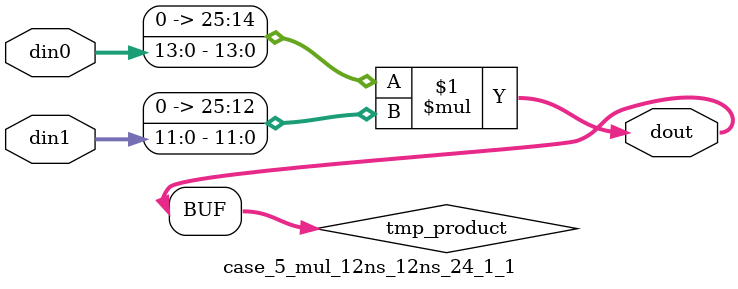
<source format=v>

`timescale 1 ns / 1 ps

 (* use_dsp = "no" *)  module case_5_mul_12ns_12ns_24_1_1(din0, din1, dout);
parameter ID = 1;
parameter NUM_STAGE = 0;
parameter din0_WIDTH = 14;
parameter din1_WIDTH = 12;
parameter dout_WIDTH = 26;

input [din0_WIDTH - 1 : 0] din0; 
input [din1_WIDTH - 1 : 0] din1; 
output [dout_WIDTH - 1 : 0] dout;

wire signed [dout_WIDTH - 1 : 0] tmp_product;
























assign tmp_product = $signed({1'b0, din0}) * $signed({1'b0, din1});











assign dout = tmp_product;





















endmodule

</source>
